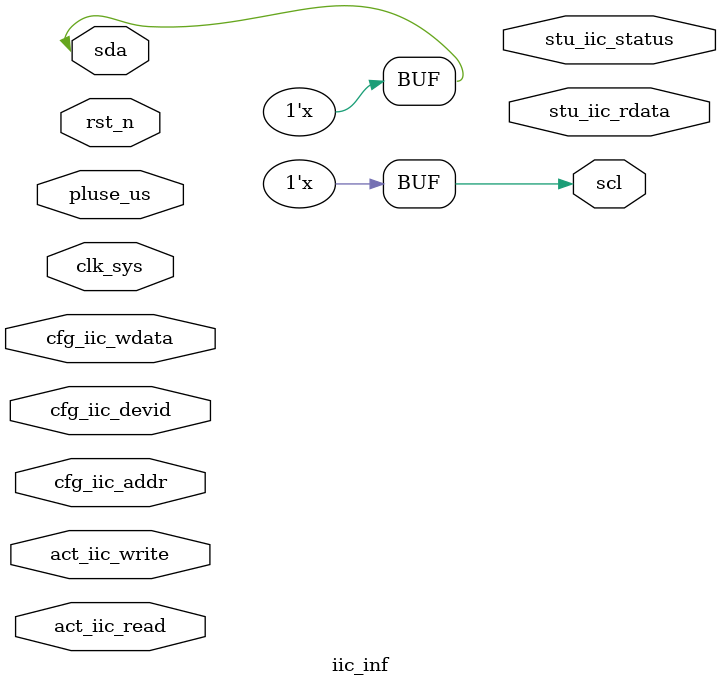
<source format=v>

module iic_inf(
scl,		//100K
sda,
// registers 
stu_iic_status,	
cfg_iic_devid,	
cfg_iic_addr,	
cfg_iic_wdata,	
stu_iic_rdata,	
act_iic_write,
act_iic_read,
//clk rst
clk_sys,
pluse_us,
rst_n
);

output scl;
inout	 sda;
// registers 
output  [7:0] stu_iic_status;	
input 	[7:0] cfg_iic_devid;	
input 	[7:0] cfg_iic_addr;		
input 	[7:0] cfg_iic_wdata;	
output  [7:0] stu_iic_rdata;	
input 	[7:0] act_iic_write;
input 	[7:0] act_iic_read;	
//clk rst
input clk_sys;
input pluse_us;
input rst_n;
//-----------------------------------------
//-----------------------------------------




// if SIM 1us = 1cycle
reg [3:0] cnt_us;
always  @(posedge clk_sys or negedge rst_n)	begin
	if(~rst_n)
		cnt_us <= 4'h0;
	else if(pluse_us)	begin
		if(cnt_us == 4'd9)
			cnt_us <= 4'h0;
		else 
			cnt_us <= cnt_us + 4'h1;
	end
	else ;
end

wire scl_up = (cnt_us == 4'h3) & pluse_us;
wire scl_donw = (cnt_us == 4'h8) & pluse_us;


reg scl_nostop;
always @ (posedge clk_sys or negedge rst_n)	begin
	if(~rst_n)
		scl_nostop <= 1'b1;
	else if(cnt_us <= 4'h4)
		scl_nostop <= 1'b1;
	else 
		scl_nostop <= 1'b0;
end


//--------- main FSM ------------
parameter S_IDLE = 5'h0;
parameter S_WSTART = 5'h1;
parameter S_WDAT1 = 5'h2;
parameter S_WACK1 = 5'h3;
parameter S_WDAT2 = 5'h4;
parameter S_WACK2 = 5'h5;
parameter S_WDAT3 = 5'h6;
parameter S_WACK3 = 5'h7;
parameter S_STOP = 5'he;
parameter S_DONE = 5'hf;
parameter S_RSTART1 = 5'h11;
parameter S_RDAT1 = 5'h12;
parameter S_RACK1 = 5'h13;
parameter S_RDAT2 = 5'h14;
parameter S_RACK2 = 5'h15;
parameter S_RSTART2 = 5'h10;
parameter S_RDAT3 = 5'h16;
parameter S_RACK3 = 5'h17;
parameter S_RDAT4 = 5'h18;
parameter S_RACK4 = 5'h1a;

reg [4:0] st_iic;
wire act_write;
wire act_read;
always @ (posedge clk_sys or negedge rst_n)	begin
	if(~rst_n)
		st_iic <= S_IDLE;
	else begin
		case(st_iic)
			S_IDLE : st_iic <=	act_write ? S_WSTART :
													act_read ? S_RSTART1 : S_IDLE;
			default :  st_iic <= S_IDLE;
		endcase
	end
end


//--------- FSM switch condition -------
assign act_write = act_iic_write[1] & act_iic_write[0];
assign act_read  = act_iic_read[1]  & act_iic_read[0];



wire scl = 1'bz;//scl_nostop;
wire sda = 1'bz;

endmodule


</source>
